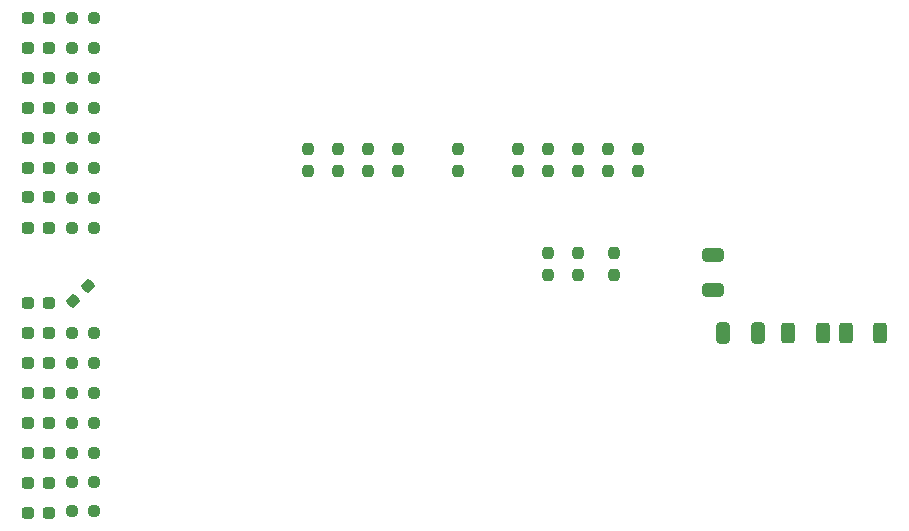
<source format=gbr>
%TF.GenerationSoftware,KiCad,Pcbnew,7.0.5*%
%TF.CreationDate,2024-08-12T05:07:02-04:00*%
%TF.ProjectId,smaller_card,736d616c-6c65-4725-9f63-6172642e6b69,rev?*%
%TF.SameCoordinates,Original*%
%TF.FileFunction,Paste,Bot*%
%TF.FilePolarity,Positive*%
%FSLAX46Y46*%
G04 Gerber Fmt 4.6, Leading zero omitted, Abs format (unit mm)*
G04 Created by KiCad (PCBNEW 7.0.5) date 2024-08-12 05:07:02*
%MOMM*%
%LPD*%
G01*
G04 APERTURE LIST*
G04 Aperture macros list*
%AMRoundRect*
0 Rectangle with rounded corners*
0 $1 Rounding radius*
0 $2 $3 $4 $5 $6 $7 $8 $9 X,Y pos of 4 corners*
0 Add a 4 corners polygon primitive as box body*
4,1,4,$2,$3,$4,$5,$6,$7,$8,$9,$2,$3,0*
0 Add four circle primitives for the rounded corners*
1,1,$1+$1,$2,$3*
1,1,$1+$1,$4,$5*
1,1,$1+$1,$6,$7*
1,1,$1+$1,$8,$9*
0 Add four rect primitives between the rounded corners*
20,1,$1+$1,$2,$3,$4,$5,0*
20,1,$1+$1,$4,$5,$6,$7,0*
20,1,$1+$1,$6,$7,$8,$9,0*
20,1,$1+$1,$8,$9,$2,$3,0*%
G04 Aperture macros list end*
%ADD10RoundRect,0.237500X0.237500X-0.250000X0.237500X0.250000X-0.237500X0.250000X-0.237500X-0.250000X0*%
%ADD11RoundRect,0.237500X-0.237500X0.250000X-0.237500X-0.250000X0.237500X-0.250000X0.237500X0.250000X0*%
%ADD12RoundRect,0.250000X0.325000X0.650000X-0.325000X0.650000X-0.325000X-0.650000X0.325000X-0.650000X0*%
%ADD13RoundRect,0.250000X-0.650000X0.325000X-0.650000X-0.325000X0.650000X-0.325000X0.650000X0.325000X0*%
%ADD14RoundRect,0.250000X-0.312500X-0.625000X0.312500X-0.625000X0.312500X0.625000X-0.312500X0.625000X0*%
%ADD15RoundRect,0.237500X0.250000X0.237500X-0.250000X0.237500X-0.250000X-0.237500X0.250000X-0.237500X0*%
%ADD16RoundRect,0.237500X-0.250000X-0.237500X0.250000X-0.237500X0.250000X0.237500X-0.250000X0.237500X0*%
%ADD17RoundRect,0.237500X-0.008839X-0.344715X0.344715X0.008839X0.008839X0.344715X-0.344715X-0.008839X0*%
%ADD18RoundRect,0.237500X-0.287500X-0.237500X0.287500X-0.237500X0.287500X0.237500X-0.287500X0.237500X0*%
%ADD19RoundRect,0.237500X0.287500X0.237500X-0.287500X0.237500X-0.287500X-0.237500X0.287500X-0.237500X0*%
G04 APERTURE END LIST*
D10*
%TO.C,r86*%
X114300000Y-73937500D03*
X114300000Y-72112500D03*
%TD*%
%TO.C,r85*%
X116840000Y-73937500D03*
X116840000Y-72112500D03*
%TD*%
%TO.C,r84*%
X119380000Y-73937500D03*
X119380000Y-72112500D03*
%TD*%
%TO.C,r83*%
X121920000Y-73937500D03*
X121920000Y-72112500D03*
%TD*%
%TO.C,r82*%
X124460000Y-73937500D03*
X124460000Y-72112500D03*
%TD*%
D11*
%TO.C,r73*%
X122428000Y-82700500D03*
X122428000Y-80875500D03*
%TD*%
%TO.C,r72*%
X119380000Y-82700500D03*
X119380000Y-80875500D03*
%TD*%
%TO.C,r71*%
X116840000Y-82700500D03*
X116840000Y-80875500D03*
%TD*%
%TO.C,r69*%
X96520000Y-72112500D03*
X96520000Y-73937500D03*
%TD*%
%TO.C,r67*%
X104140000Y-72112500D03*
X104140000Y-73937500D03*
%TD*%
%TO.C,r66*%
X109220000Y-73937500D03*
X109220000Y-72112500D03*
%TD*%
%TO.C,r65*%
X101600000Y-73937500D03*
X101600000Y-72112500D03*
%TD*%
%TO.C,r64*%
X99060000Y-72112500D03*
X99060000Y-73937500D03*
%TD*%
D12*
%TO.C,C4*%
X134620000Y-87630000D03*
X131670000Y-87630000D03*
%TD*%
D13*
%TO.C,C3*%
X130810000Y-81075000D03*
X130810000Y-84025000D03*
%TD*%
D14*
%TO.C,5V_rsns3*%
X137160000Y-87630000D03*
X140085000Y-87630000D03*
%TD*%
%TO.C,5V_rsns2*%
X142047500Y-87630000D03*
X144972500Y-87630000D03*
%TD*%
D15*
%TO.C,r3*%
X78382500Y-92710000D03*
X76557500Y-92710000D03*
%TD*%
D16*
%TO.C,r55*%
X76557500Y-90170000D03*
X78382500Y-90170000D03*
%TD*%
%TO.C,r54*%
X76557500Y-87630000D03*
X78382500Y-87630000D03*
%TD*%
D17*
%TO.C,r53*%
X76570765Y-84973235D03*
X77861235Y-83682765D03*
%TD*%
D18*
%TO.C,D40*%
X72785000Y-85090000D03*
X74535000Y-85090000D03*
%TD*%
%TO.C,D39*%
X72785000Y-90170000D03*
X74535000Y-90170000D03*
%TD*%
%TO.C,D38*%
X72785000Y-87630000D03*
X74535000Y-87630000D03*
%TD*%
%TO.C,D24*%
X72785000Y-66040000D03*
X74535000Y-66040000D03*
%TD*%
%TO.C,D3*%
X74535000Y-95250000D03*
X72785000Y-95250000D03*
%TD*%
%TO.C,D5*%
X72785000Y-97790000D03*
X74535000Y-97790000D03*
%TD*%
%TO.C,D29*%
X72785000Y-78740000D03*
X74535000Y-78740000D03*
%TD*%
%TO.C,D27*%
X72785000Y-73660000D03*
X74535000Y-73660000D03*
%TD*%
%TO.C,D28*%
X72785000Y-76150000D03*
X74535000Y-76150000D03*
%TD*%
D16*
%TO.C,r40*%
X76557500Y-68580000D03*
X78382500Y-68580000D03*
%TD*%
D18*
%TO.C,D22*%
X72785000Y-60960000D03*
X74535000Y-60960000D03*
%TD*%
%TO.C,D26*%
X72785000Y-71120000D03*
X74535000Y-71120000D03*
%TD*%
D16*
%TO.C,r0*%
X76557500Y-102750000D03*
X78382500Y-102750000D03*
%TD*%
%TO.C,r37*%
X78382500Y-60960000D03*
X76557500Y-60960000D03*
%TD*%
%TO.C,r41*%
X76557500Y-71120000D03*
X78382500Y-71120000D03*
%TD*%
%TO.C,r38*%
X76557500Y-63500000D03*
X78382500Y-63500000D03*
%TD*%
%TO.C,r39*%
X76557500Y-66040000D03*
X78382500Y-66040000D03*
%TD*%
%TO.C,r1*%
X76557500Y-100240000D03*
X78382500Y-100240000D03*
%TD*%
D18*
%TO.C,D25*%
X72785000Y-68580000D03*
X74535000Y-68580000D03*
%TD*%
D16*
%TO.C,r43*%
X76557500Y-76200000D03*
X78382500Y-76200000D03*
%TD*%
%TO.C,r44*%
X76557500Y-78740000D03*
X78382500Y-78740000D03*
%TD*%
%TO.C,r2*%
X76557500Y-95250000D03*
X78382500Y-95250000D03*
%TD*%
%TO.C,r42*%
X76557500Y-73660000D03*
X78382500Y-73660000D03*
%TD*%
D18*
%TO.C,D2*%
X72785000Y-100330000D03*
X74535000Y-100330000D03*
%TD*%
D19*
%TO.C,D4*%
X74535000Y-92710000D03*
X72785000Y-92710000D03*
%TD*%
D16*
%TO.C,r4*%
X76557500Y-97790000D03*
X78382500Y-97790000D03*
%TD*%
D18*
%TO.C,D1*%
X72785000Y-102870000D03*
X74535000Y-102870000D03*
%TD*%
%TO.C,D23*%
X72785000Y-63500000D03*
X74535000Y-63500000D03*
%TD*%
M02*

</source>
